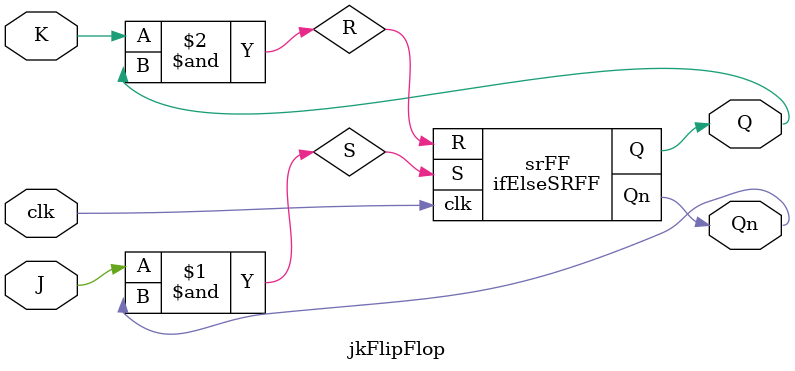
<source format=v>
`timescale 1ns / 1ps

module srLatch(
    input S, 
    input R,  
    output Q,
    output Qn
);
    assign Q  = ~(S & Qn); 
    assign Qn = ~(R & Q);

endmodule

module srFlipFlop (
    input S,   
    input R,  
    input clk, 
    output reg Q,
    output reg Qn 
);
    wire latchQ, latchQn;
    initial begin
        Q <= 0;
        Qn <= 1;
    end
    srLatch srL (
        .S(~S),
        .R(~R),
        .Q(latchQ),
        .Qn(latchQn)
    );

    always @(posedge clk) begin
        if (S && R) begin
            Q <= 1'bx; 
            Qn <= 1'bx;
        end else begin
            Q <= latchQ;
            Qn <= latchQn;
        end
    end

endmodule


module ifElseSRFF (
     input S,   
    input R,  
    input clk, 
    output reg Q,
    output reg Qn 
);
    initial begin
        Q <= 0;
        Qn <= 1;
    end
    always @(posedge clk) begin
        if (S && R) begin
            Q <= 1'bx; 
            Qn <= 1'bx;
        end else if (S) begin
            Q <= 1;
            Qn <= 0;
        end else if (R) begin
            Q <= 0;
            Qn <= 1;
        end
    end

endmodule

module jkFlipFlop (
    input J,
    input K,
    input clk,
    output Q,
    output Qn
);
    wire S, R;
    assign S = J & Qn;
    assign R = K & Q;
    ifElseSRFF srFF (
        .S(S),
        .R(R),
        .clk(clk),
        .Q(Q),
        .Qn(Qn)
    );
endmodule




// truth table for sr latch
// S R | Q Qn
// 0 0 | INVALID
// 0 1 | 1 0
// 1 0 | 0 1
// 1 1 | Q Qn

// truth table for sr flip flop
// S R | Q Qn
// 0 0 | Q Qn
// 0 1 | 0 1
// 1 0 | 1 0
// 1 1 | INVALID

// truth table for jk flip flop
// J K | Q Qn
// 0 0 | Q Qn
// 0 1 | 0 1
// 1 0 | 1 0
// 1 1 | toggle Q and Qn 

</source>
